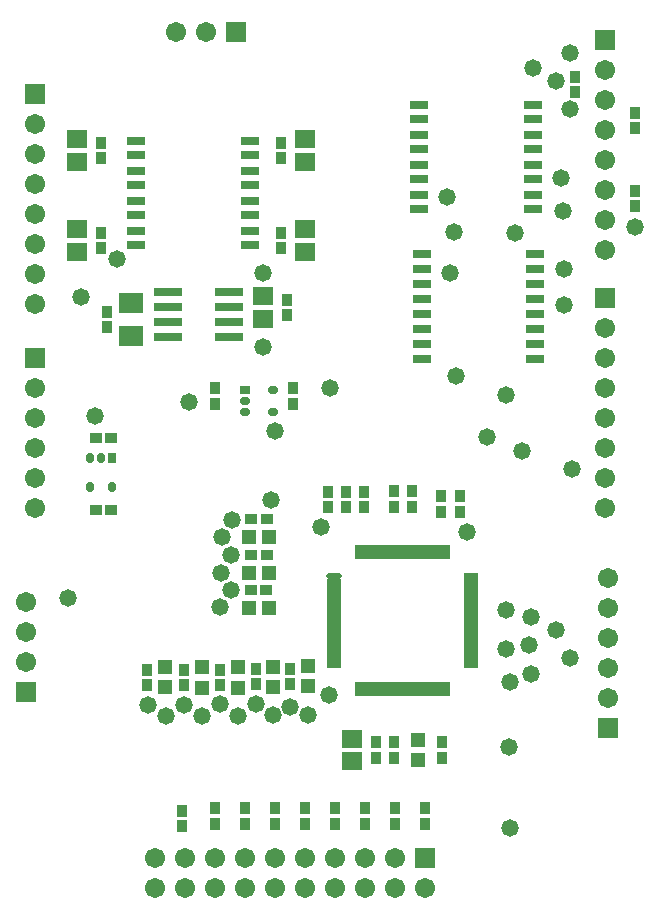
<source format=gts>
G04 CAM350/DFMSTREAM V11.0 (Build 715) Date:  Thu Jan 31 17:36:42 2019 *
G04 Database: (Untitled) *
G04 Layer 11: pcb1-1 *
%FSTAX43Y43*%
%MOMM*%
%SFA1.000B1.000*%

%MIA0B0*%
%IPPOS*%
%ADD51R,0.90300X1.10300*%
%ADD53R,1.30300X1.20300*%
%ADD56R,1.10300X0.90300*%
%ADD58O,0.90300X0.70300*%
%ADD59R,0.90300X0.70300*%
%ADD60R,1.63300X0.75400*%
%ADD61R,1.20300X1.30300*%
%ADD62R,1.70300X1.50300*%
%ADD63R,0.50300X1.30300*%
%ADD64R,1.30300X0.50300*%
%ADD65O,0.70300X0.90300*%
%ADD66R,1.70300X1.70300*%
%ADD67C,1.70300*%
%ADD68C,1.47300*%
%ADD74R,0.70300X0.90300*%
%ADD75R,2.40300X0.80300*%
%ADD76R,2.00300X1.80300*%
%ADD77O,1.30300X0.50300*%
%LNpcb1-1*%
%LPD*%
G54D58*
X0148963Y0130874D03*
X0146563Y0130869D03*
X0148963Y0132774D03*
X0146563Y0131824D03*
G54D59*
Y0132774D03*
G54D51*
X0144023Y0132916D03*
Y0131616D03*
X0150637Y0132916D03*
Y0131616D03*
X0179568Y0149628D03*
X0174488Y015798D03*
Y015928D03*
X0179568Y0148328D03*
Y0156232D03*
Y0154932D03*
X0163235Y0101637D03*
Y0102937D03*
X0159218Y0124194D03*
Y0122894D03*
X0160742Y0124194D03*
Y0122894D03*
X0159171Y0101637D03*
Y0102937D03*
X0156631Y0124159D03*
Y0122859D03*
X0157647Y0101637D03*
Y0102937D03*
X0138317Y0107804D03*
Y0109104D03*
X0163184Y0123765D03*
Y0122465D03*
X0164759Y0123765D03*
Y0122465D03*
X0153583Y0124159D03*
Y0122859D03*
X0155107Y0124159D03*
Y0122859D03*
X0144463Y0107779D03*
Y0109079D03*
X0141415Y0107779D03*
Y0109079D03*
X01475Y0107889D03*
Y0109189D03*
X0150417Y0107889D03*
Y0109189D03*
X0144032Y0097351D03*
Y0096051D03*
X0146572Y0097351D03*
Y0096051D03*
X0149112Y0097351D03*
Y0096051D03*
X0151652Y0097351D03*
Y0096051D03*
X0154192Y0097351D03*
Y0096051D03*
X0156732Y0097351D03*
Y0096051D03*
X0159272Y0097351D03*
Y0096051D03*
X0161812Y0097351D03*
Y0096051D03*
X0134356Y0146072D03*
Y0144772D03*
Y0152392D03*
Y0153692D03*
X0149596Y0152392D03*
Y0153692D03*
Y0144772D03*
Y0146072D03*
X0150104Y0140408D03*
Y0139108D03*
X0134864Y0138092D03*
Y0139392D03*
X0141223Y0097169D03*
Y0095869D03*
G54D60*
X016155Y0135384D03*
X0161299Y0148059D03*
Y0150599D03*
Y0151859D03*
Y0153139D03*
Y0154399D03*
X0170921Y0149319D03*
Y0150599D03*
Y0151859D03*
Y0153139D03*
Y0154399D03*
Y0156939D03*
X0161299D03*
Y0149319D03*
X0171172Y0136644D03*
Y0137924D03*
Y0139184D03*
Y0140464D03*
Y0141724D03*
Y0144264D03*
X016155D03*
Y0141724D03*
Y0139184D03*
Y0137924D03*
Y0136644D03*
X0137343Y0153894D03*
Y0152634D03*
Y0150094D03*
Y0148814D03*
Y0147554D03*
Y0146274D03*
Y0145014D03*
X0146965D03*
Y0146274D03*
Y0147554D03*
Y0148814D03*
Y0150094D03*
Y0152634D03*
Y0153894D03*
X0161299Y0155679D03*
X016155Y0140464D03*
Y0143004D03*
X0137343Y0151354D03*
X0146965D03*
X0170921Y0148059D03*
Y0155679D03*
X0171172Y0135384D03*
Y0143004D03*
G54D53*
X0148604Y0120326D03*
X0146904D03*
X0148604Y0117278D03*
X0146904D03*
X0148579Y0114355D03*
X0146879D03*
G54D61*
X0139841Y0109304D03*
Y0107604D03*
X0142939Y0109279D03*
Y0107579D03*
X0145987Y0109279D03*
Y0107579D03*
X0148959Y0109339D03*
Y0107639D03*
X0151941Y0109389D03*
Y0107689D03*
X0161203Y0103137D03*
Y0101437D03*
G54D62*
X0155615Y0103237D03*
Y0101337D03*
X0132324Y0146372D03*
Y0144472D03*
Y0153992D03*
Y0152092D03*
X0151628Y0153992D03*
Y0152092D03*
Y0146372D03*
Y0144472D03*
X0148072Y0138808D03*
Y0140708D03*
G54D56*
X0147104Y0118802D03*
X0148404D03*
X0147104Y0121819D03*
X0148404D03*
X0147079Y0115879D03*
X0148379D03*
X0135223Y0122615D03*
X0133923D03*
X0135223Y0128711D03*
X0133923D03*
G54D63*
X0156141Y0119069D03*
X0156641D03*
X0157141D03*
X0157641D03*
X0158141D03*
X0158641D03*
X0159141D03*
X0159641D03*
X0160141D03*
X0160641D03*
X0161141D03*
X0161641D03*
X0162141D03*
X0162641D03*
X0163141D03*
X0163641D03*
Y0107469D03*
X0163141D03*
X0162641D03*
X0162141D03*
X0161641D03*
X0161141D03*
X0160641D03*
X0160141D03*
X0159641D03*
X0159141D03*
X0158641D03*
X0158141D03*
X0157641D03*
X0157141D03*
X0156641D03*
X0156141D03*
G54D64*
X0165691Y0117019D03*
Y0116519D03*
Y0116019D03*
Y0115519D03*
Y0115019D03*
Y0114519D03*
Y0114019D03*
Y0113519D03*
Y0113019D03*
Y0112519D03*
Y0112019D03*
Y0111519D03*
Y0111019D03*
Y0110519D03*
Y0110019D03*
Y0109519D03*
X0154091D03*
Y0110519D03*
Y0111519D03*
Y0112519D03*
Y0113519D03*
Y0114519D03*
Y0115519D03*
Y0116519D03*
Y0116019D03*
Y0115019D03*
Y0114019D03*
Y0113019D03*
Y0112019D03*
Y0111019D03*
Y0110019D03*
G54D65*
X0135338Y0124599D03*
X0134388Y0126999D03*
X0133438Y0124599D03*
X0133433Y0126999D03*
G54D74*
X0135338D03*
G54D75*
X0145263Y013722D03*
X0140063Y014103D03*
Y013976D03*
Y013849D03*
Y013722D03*
X0145263Y014103D03*
Y013976D03*
Y013849D03*
G54D76*
X0136896Y0140142D03*
Y0137342D03*
G54D77*
X0154091Y0117019D03*
G54D66*
X0177043Y0140579D03*
Y0162423D03*
X0128783Y0135499D03*
Y0157851D03*
X0177291Y0104139D03*
X0128015Y0107187D03*
X0145795Y0163067D03*
X0161812Y0093145D03*
G54D67*
X0177043Y0138039D03*
Y0135499D03*
Y0132959D03*
Y0130419D03*
Y0127879D03*
Y0125339D03*
Y0122799D03*
Y0159883D03*
Y0157343D03*
Y0154803D03*
Y0152263D03*
Y0149723D03*
Y0147183D03*
Y0144643D03*
X0128783Y0132959D03*
Y0130419D03*
Y0127879D03*
Y0125339D03*
Y0122799D03*
Y0155311D03*
Y0152771D03*
Y0150231D03*
Y0147691D03*
Y0145151D03*
Y0142611D03*
Y0140071D03*
X0128015Y0109727D03*
Y0112267D03*
Y0114807D03*
X0177291Y0116839D03*
Y0114299D03*
Y0111759D03*
Y0109219D03*
Y0106679D03*
X0140715Y0163067D03*
X0143255D03*
X0161812Y0090605D03*
X0159272Y0093145D03*
Y0090605D03*
X0156732Y0093145D03*
Y0090605D03*
X0154192Y0093145D03*
Y0090605D03*
X0151652Y0093145D03*
Y0090605D03*
X0149112Y0093145D03*
Y0090605D03*
X0146572Y0093145D03*
Y0090605D03*
X0144032Y0093145D03*
Y0090605D03*
X0141492Y0093145D03*
Y0090605D03*
X0138952Y0093145D03*
Y0090605D03*
G54D68*
X0169464Y0146024D03*
X0179564Y0146544D03*
X0135749Y0143849D03*
X0169049Y0095649D03*
X0168924Y0102549D03*
X0153664Y0106919D03*
X0152999Y0121174D03*
X0147499Y0106174D03*
X0144484Y0106204D03*
X0150404Y0105964D03*
X0141409Y0106129D03*
X0138334D03*
X0145429Y0115839D03*
Y0118789D03*
X0145454Y0121789D03*
X0153814Y0132944D03*
X0141864Y0131794D03*
X0133914Y0130594D03*
X0164314Y0146144D03*
X0164414Y0133919D03*
X0169014Y0108069D03*
X0165414Y0120744D03*
X0172889Y0112494D03*
X0174089Y0110094D03*
X0170787Y0113592D03*
X0163689Y0149119D03*
X0163939Y0142694D03*
X0148089D03*
X0148076Y0136407D03*
X0144591Y0120326D03*
X0144515Y0117278D03*
X0144454Y0114364D03*
X0139859Y0105179D03*
X0142959Y0105154D03*
X0145959Y0105129D03*
X0148929Y0105239D03*
X0151954D03*
X0174089Y0156594D03*
X0172889Y0158919D03*
X0173314Y0150719D03*
X0168639Y0132319D03*
X0167039Y0128819D03*
X0174264Y0126069D03*
X0169989Y0127644D03*
X0170654Y0111154D03*
X0168639Y0110869D03*
Y0114119D03*
X0170764Y0108719D03*
X0173614Y0139944D03*
X0173589Y0143044D03*
X0173464Y0147894D03*
X0174114Y0161294D03*
X0170939Y0160069D03*
X0132724Y0140674D03*
X0148799Y0123424D03*
X0149089Y0129339D03*
X0131574Y0115149D03*
M02*

</source>
